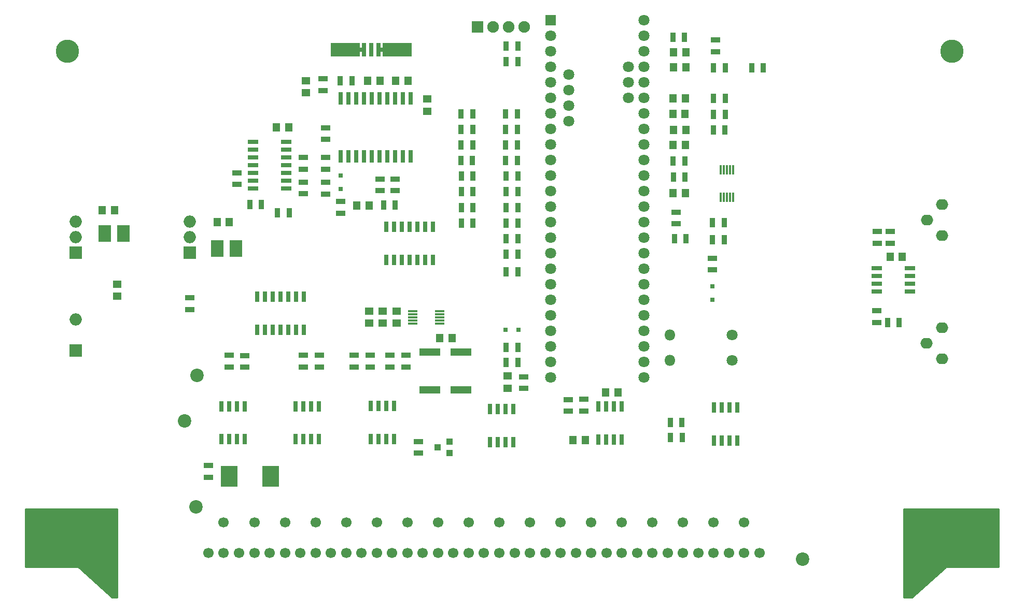
<source format=gts>
G04 #@! TF.GenerationSoftware,KiCad,Pcbnew,5.1.6-c6e7f7d~86~ubuntu18.04.1*
G04 #@! TF.CreationDate,2020-06-20T16:23:47+10:00*
G04 #@! TF.ProjectId,X3V0_2,58335630-5f32-42e6-9b69-6361645f7063,rev?*
G04 #@! TF.SameCoordinates,Original*
G04 #@! TF.FileFunction,Soldermask,Top*
G04 #@! TF.FilePolarity,Negative*
%FSLAX46Y46*%
G04 Gerber Fmt 4.6, Leading zero omitted, Abs format (unit mm)*
G04 Created by KiCad (PCBNEW 5.1.6-c6e7f7d~86~ubuntu18.04.1) date 2020-06-20 16:23:47*
%MOMM*%
%LPD*%
G01*
G04 APERTURE LIST*
%ADD10R,0.428600X1.533500*%
%ADD11R,0.900000X1.500000*%
%ADD12R,1.200000X1.450000*%
%ADD13C,1.800000*%
%ADD14R,1.800000X1.800000*%
%ADD15R,0.800000X1.750000*%
%ADD16R,1.500000X0.900000*%
%ADD17R,1.100000X1.000000*%
%ADD18R,1.200000X0.700000*%
%ADD19R,0.700000X2.200000*%
%ADD20R,4.700000X2.200000*%
%ADD21R,1.450000X1.200000*%
%ADD22C,3.800000*%
%ADD23C,1.700000*%
%ADD24C,2.200000*%
%ADD25R,1.700000X0.800000*%
%ADD26R,0.700000X0.700000*%
%ADD27R,0.800000X2.150000*%
%ADD28O,2.000000X1.750000*%
%ADD29R,2.700000X3.500000*%
%ADD30R,1.490000X0.390000*%
%ADD31R,3.400000X1.200000*%
%ADD32O,2.000000X2.000000*%
%ADD33R,2.000000X2.000000*%
%ADD34R,0.800000X1.700000*%
%ADD35R,2.150000X2.700000*%
%ADD36R,0.800000X0.650000*%
%ADD37R,1.750000X0.800000*%
%ADD38R,1.900000X1.900000*%
%ADD39O,1.900000X1.900000*%
%ADD40O,1.800000X1.800000*%
%ADD41C,0.254000*%
G04 APERTURE END LIST*
D10*
X154069999Y-67563850D03*
X154570001Y-67563850D03*
X155070000Y-67563850D03*
X155569999Y-67563850D03*
X156070001Y-67563850D03*
X156070001Y-71996150D03*
X155569999Y-71996150D03*
X155070000Y-71996150D03*
X154570001Y-71996150D03*
X154069999Y-71996150D03*
D11*
X148260000Y-68770000D03*
X146360000Y-68770000D03*
D12*
X148310000Y-71390000D03*
X146310000Y-71390000D03*
D13*
X129290000Y-57030000D03*
X129290000Y-54490000D03*
X129290000Y-59570000D03*
X129290000Y-51950000D03*
X138980000Y-55760000D03*
X138980000Y-53220000D03*
X138980000Y-50680000D03*
X126280000Y-83700000D03*
X126280000Y-86240000D03*
X126280000Y-88780000D03*
X126280000Y-91320000D03*
X126280000Y-81160000D03*
X126280000Y-78620000D03*
X126280000Y-76080000D03*
X126280000Y-93860000D03*
X126280000Y-96400000D03*
X126280000Y-98940000D03*
X126280000Y-101480000D03*
X141520000Y-101480000D03*
X141520000Y-98940000D03*
X141520000Y-96400000D03*
X141520000Y-93860000D03*
X141520000Y-91320000D03*
X141520000Y-88780000D03*
X141520000Y-86240000D03*
X141520000Y-83700000D03*
X126280000Y-73540000D03*
X126280000Y-71000000D03*
X126280000Y-68460000D03*
X126280000Y-65920000D03*
X126280000Y-63380000D03*
X126280000Y-60840000D03*
X126280000Y-58300000D03*
X126280000Y-55760000D03*
X126280000Y-53220000D03*
X126280000Y-50680000D03*
X126280000Y-48140000D03*
X126280000Y-45600000D03*
D14*
X126280000Y-43060000D03*
D13*
X141520000Y-81160000D03*
X141520000Y-78620000D03*
X141520000Y-76080000D03*
X141520000Y-73540000D03*
X141520000Y-71000000D03*
X141520000Y-68460000D03*
X141520000Y-65920000D03*
X141520000Y-63380000D03*
X141520000Y-60840000D03*
X141520000Y-58300000D03*
X141520000Y-55760000D03*
X141520000Y-53220000D03*
X141520000Y-50680000D03*
X141520000Y-48140000D03*
X141520000Y-45600000D03*
X141520000Y-43060000D03*
D15*
X137905000Y-111660000D03*
X136635000Y-111660000D03*
X135365000Y-111660000D03*
X134095000Y-111660000D03*
X134095000Y-106260000D03*
X135365000Y-106260000D03*
X136635000Y-106260000D03*
X137905000Y-106260000D03*
D16*
X129180000Y-107010000D03*
X129180000Y-105110000D03*
X131740000Y-106990000D03*
X131740000Y-105090000D03*
X104750000Y-113880000D03*
X104750000Y-111980000D03*
D17*
X107810000Y-112920000D03*
X109810000Y-111970000D03*
X109810000Y-113870000D03*
D12*
X135280000Y-103940000D03*
X137280000Y-103940000D03*
X131950000Y-111760000D03*
X129950000Y-111760000D03*
D18*
X98770000Y-47930000D03*
X95200000Y-47920000D03*
D19*
X98230000Y-47940000D03*
X97030000Y-47940000D03*
X95830000Y-47940000D03*
D20*
X92750000Y-47940000D03*
X101250000Y-47940000D03*
D16*
X89140000Y-54580000D03*
X89140000Y-52680000D03*
D12*
X98440000Y-53000000D03*
X96440000Y-53000000D03*
D21*
X86360000Y-54940000D03*
X86360000Y-52940000D03*
X106170000Y-57960000D03*
X106170000Y-55960000D03*
D11*
X83610000Y-74600000D03*
X81710000Y-74600000D03*
D22*
X191825000Y-48185000D03*
X47425000Y-48185000D03*
D23*
X157925000Y-125185000D03*
X152925000Y-125185000D03*
X147925000Y-125185000D03*
X142925000Y-125185000D03*
X137925000Y-125185000D03*
X132925000Y-125185000D03*
X127925000Y-125185000D03*
X122925000Y-125185000D03*
X117925000Y-125185000D03*
X112925000Y-125185000D03*
X107925000Y-125185000D03*
X102925000Y-125185000D03*
X97925000Y-125185000D03*
X92925000Y-125185000D03*
X87925000Y-125185000D03*
X82925000Y-125185000D03*
X77925000Y-125185000D03*
X72925000Y-125185000D03*
X160425000Y-130185000D03*
X157925000Y-130185000D03*
X155425000Y-130185000D03*
X152925000Y-130185000D03*
X150425000Y-130185000D03*
X147925000Y-130185000D03*
X145425000Y-130185000D03*
X142925000Y-130185000D03*
X140425000Y-130185000D03*
X137925000Y-130185000D03*
X135425000Y-130185000D03*
X132925000Y-130185000D03*
X130425000Y-130185000D03*
X127925000Y-130185000D03*
X125425000Y-130185000D03*
X122925000Y-130185000D03*
X120425000Y-130185000D03*
X117925000Y-130185000D03*
X115425000Y-130185000D03*
X112925000Y-130185000D03*
X110425000Y-130185000D03*
X107925000Y-130185000D03*
X105425000Y-130185000D03*
X102925000Y-130185000D03*
X100425000Y-130185000D03*
X97925000Y-130185000D03*
X95425000Y-130185000D03*
X92925000Y-130185000D03*
X90425000Y-130185000D03*
X87925000Y-130185000D03*
X85425000Y-130185000D03*
X82925000Y-130185000D03*
X80425000Y-130185000D03*
X77925000Y-130185000D03*
X75425000Y-130185000D03*
X72925000Y-130185000D03*
X70425000Y-130185000D03*
D22*
X47425000Y-127685000D03*
X191825000Y-127685000D03*
D24*
X68425000Y-122685000D03*
X167425000Y-131185000D03*
D16*
X121900000Y-101390000D03*
X121900000Y-103290000D03*
D11*
X93855000Y-52980000D03*
X91955000Y-52980000D03*
D25*
X77725000Y-62945000D03*
X77725000Y-64215000D03*
X77725000Y-65485000D03*
X77725000Y-66755000D03*
X77725000Y-68025000D03*
X77725000Y-69295000D03*
X77725000Y-70565000D03*
X83125000Y-70565000D03*
X83125000Y-69295000D03*
X83125000Y-68025000D03*
X83125000Y-66755000D03*
X83125000Y-65485000D03*
X83125000Y-64215000D03*
X83125000Y-62945000D03*
D16*
X75125000Y-69915000D03*
X75125000Y-68015000D03*
D11*
X77165000Y-73200000D03*
X79065000Y-73200000D03*
D12*
X81545000Y-60595000D03*
X83545000Y-60595000D03*
D16*
X89605000Y-71495000D03*
X89605000Y-69595000D03*
X91980000Y-72735000D03*
X91980000Y-74635000D03*
X89605000Y-65535000D03*
X89605000Y-67435000D03*
X89590000Y-60665000D03*
X89590000Y-62565000D03*
X85940000Y-67440000D03*
X85940000Y-65540000D03*
X85905000Y-69545000D03*
X85905000Y-71445000D03*
D26*
X92010000Y-70680000D03*
X92010000Y-68480000D03*
D27*
X103445001Y-65300001D03*
X102175001Y-65300001D03*
X100905001Y-65300001D03*
X99635001Y-65300001D03*
X98365001Y-65300001D03*
X97095001Y-65300001D03*
X95825001Y-65300001D03*
X94555001Y-65300001D03*
X93285001Y-65300001D03*
X92015001Y-65300001D03*
X92015001Y-55900001D03*
X93285001Y-55900001D03*
X94555001Y-55900001D03*
X95825001Y-55900001D03*
X97095001Y-55900001D03*
X98365001Y-55900001D03*
X99635001Y-55900001D03*
X100905001Y-55900001D03*
X102175001Y-55900001D03*
X103445001Y-55900001D03*
D11*
X100920000Y-73330000D03*
X99020000Y-73330000D03*
D12*
X96675000Y-73375000D03*
X94675000Y-73375000D03*
D16*
X98480000Y-69045000D03*
X98480000Y-70945000D03*
X100930000Y-70955000D03*
X100930000Y-69055000D03*
D12*
X101010000Y-52980000D03*
X103010000Y-52980000D03*
D26*
X152760000Y-88810000D03*
X152760000Y-86610000D03*
D28*
X190220000Y-93360000D03*
X187720000Y-95900000D03*
X190220000Y-98440000D03*
X190250000Y-73200000D03*
X187750000Y-75740000D03*
X190250000Y-78280000D03*
D29*
X80620000Y-117645000D03*
X73820000Y-117645000D03*
D24*
X68540000Y-101125000D03*
X66540000Y-108625000D03*
D16*
X152755000Y-81980000D03*
X152755000Y-83880000D03*
D30*
X103750000Y-92650000D03*
X103750000Y-92150000D03*
X103750000Y-91650000D03*
X103750000Y-91150000D03*
X103750000Y-90650000D03*
X108150000Y-90650000D03*
X108150000Y-91150000D03*
X108150000Y-91650000D03*
X108150000Y-92150000D03*
X108150000Y-92650000D03*
D12*
X148370000Y-50800000D03*
X146370000Y-50800000D03*
X71830000Y-76090000D03*
X73830000Y-76090000D03*
D21*
X55535000Y-86235000D03*
X55535000Y-88235000D03*
D12*
X146330000Y-63500000D03*
X148330000Y-63500000D03*
X146365000Y-61010000D03*
X148365000Y-61010000D03*
X146250000Y-58410000D03*
X148250000Y-58410000D03*
X53100000Y-74150000D03*
X55100000Y-74150000D03*
X146330000Y-55840000D03*
X148330000Y-55840000D03*
D21*
X119250000Y-101270000D03*
X119250000Y-103270000D03*
D12*
X146370000Y-48320000D03*
X148370000Y-48320000D03*
X108225000Y-95050000D03*
X110225000Y-95050000D03*
D21*
X101200000Y-92625000D03*
X101200000Y-90625000D03*
X98875000Y-92625000D03*
X98875000Y-90625000D03*
X96675000Y-92625000D03*
X96675000Y-90625000D03*
D12*
X183730000Y-81740000D03*
X181730000Y-81740000D03*
D31*
X111625000Y-103525000D03*
X111625000Y-97325000D03*
X106550000Y-103525000D03*
X106550000Y-97325000D03*
D32*
X48730000Y-91970000D03*
D33*
X48730000Y-97050000D03*
D15*
X120255000Y-112075000D03*
X118985000Y-112075000D03*
X117715000Y-112075000D03*
X116445000Y-112075000D03*
X116445000Y-106675000D03*
X117715000Y-106675000D03*
X118985000Y-106675000D03*
X120255000Y-106675000D03*
X156770000Y-111820000D03*
X155500000Y-111820000D03*
X154230000Y-111820000D03*
X152960000Y-111820000D03*
X152960000Y-106420000D03*
X154230000Y-106420000D03*
X155500000Y-106420000D03*
X156770000Y-106420000D03*
X88505000Y-111600000D03*
X87235000Y-111600000D03*
X85965000Y-111600000D03*
X84695000Y-111600000D03*
X84695000Y-106200000D03*
X85965000Y-106200000D03*
X87235000Y-106200000D03*
X88505000Y-106200000D03*
X100780000Y-111550000D03*
X99510000Y-111550000D03*
X98240000Y-111550000D03*
X96970000Y-111550000D03*
X96970000Y-106150000D03*
X98240000Y-106150000D03*
X99510000Y-106150000D03*
X100780000Y-106150000D03*
X76355000Y-111600000D03*
X75085000Y-111600000D03*
X73815000Y-111600000D03*
X72545000Y-111600000D03*
X72545000Y-106200000D03*
X73815000Y-106200000D03*
X75085000Y-106200000D03*
X76355000Y-106200000D03*
D32*
X48730000Y-75970000D03*
X48730000Y-78510000D03*
D33*
X48730000Y-81050000D03*
X67360000Y-81050000D03*
D32*
X67360000Y-78510000D03*
X67360000Y-75970000D03*
D34*
X78380000Y-93680000D03*
X79650000Y-93680000D03*
X80920000Y-93680000D03*
X82190000Y-93680000D03*
X83460000Y-93680000D03*
X84730000Y-93680000D03*
X86000000Y-93680000D03*
X86000000Y-88280000D03*
X84730000Y-88280000D03*
X83460000Y-88280000D03*
X82190000Y-88280000D03*
X80920000Y-88280000D03*
X79650000Y-88280000D03*
X78380000Y-88280000D03*
X99460000Y-82290000D03*
X100730000Y-82290000D03*
X102000000Y-82290000D03*
X103270000Y-82290000D03*
X104540000Y-82290000D03*
X105810000Y-82290000D03*
X107080000Y-82290000D03*
X107080000Y-76890000D03*
X105810000Y-76890000D03*
X104540000Y-76890000D03*
X103270000Y-76890000D03*
X102000000Y-76890000D03*
X100730000Y-76890000D03*
X99460000Y-76890000D03*
D11*
X120940000Y-81350000D03*
X119040000Y-81350000D03*
D35*
X74915000Y-80390000D03*
X71865000Y-80390000D03*
D11*
X113634000Y-76270000D03*
X111734000Y-76270000D03*
X120940000Y-99030000D03*
X119040000Y-99030000D03*
X119040000Y-96590000D03*
X120940000Y-96590000D03*
D36*
X121055000Y-93665000D03*
X118955000Y-93665000D03*
D37*
X179580000Y-83635000D03*
X179580000Y-84905000D03*
X179580000Y-86175000D03*
X179580000Y-87445000D03*
X184980000Y-87445000D03*
X184980000Y-86175000D03*
X184980000Y-84905000D03*
X184980000Y-83635000D03*
D16*
X100070000Y-97875000D03*
X100070000Y-99775000D03*
D11*
X113634000Y-73730000D03*
X111734000Y-73730000D03*
X111695000Y-58370000D03*
X113595000Y-58370000D03*
X154820000Y-50840000D03*
X152920000Y-50840000D03*
X146270000Y-45890000D03*
X148170000Y-45890000D03*
D16*
X146775000Y-76380000D03*
X146775000Y-74480000D03*
X76350000Y-99800000D03*
X76350000Y-97900000D03*
X73825000Y-97875000D03*
X73825000Y-99775000D03*
X70455000Y-117800000D03*
X70455000Y-115900000D03*
X67350000Y-90375000D03*
X67350000Y-88475000D03*
D35*
X56575000Y-77925000D03*
X53525000Y-77925000D03*
D38*
X114410000Y-44190000D03*
D39*
X116950000Y-44190000D03*
X119490000Y-44190000D03*
X122030000Y-44190000D03*
D11*
X113634000Y-68550000D03*
X111734000Y-68550000D03*
X113595000Y-60910000D03*
X111695000Y-60910000D03*
X111734000Y-71090000D03*
X113634000Y-71090000D03*
X120870000Y-66010000D03*
X118970000Y-66010000D03*
X113570000Y-63450000D03*
X111670000Y-63450000D03*
X120870000Y-60910000D03*
X118970000Y-60910000D03*
X118970000Y-58370000D03*
X120870000Y-58370000D03*
X120940000Y-68550000D03*
X119040000Y-68550000D03*
X118970000Y-63450000D03*
X120870000Y-63450000D03*
X152920000Y-55840000D03*
X154820000Y-55840000D03*
X113564000Y-66010000D03*
X111664000Y-66010000D03*
X148420000Y-78840000D03*
X146520000Y-78840000D03*
X119040000Y-49850000D03*
X120940000Y-49850000D03*
X120940000Y-47310000D03*
X119040000Y-47310000D03*
D16*
X153200000Y-48230000D03*
X153200000Y-46330000D03*
D11*
X119040000Y-71090000D03*
X120940000Y-71090000D03*
X119035000Y-84230000D03*
X120935000Y-84230000D03*
X159130000Y-50840000D03*
X161030000Y-50840000D03*
X152920000Y-58480000D03*
X154820000Y-58480000D03*
X152740000Y-76170000D03*
X154640000Y-76170000D03*
X148230000Y-66120000D03*
X146330000Y-66120000D03*
X154640000Y-78950000D03*
X152740000Y-78950000D03*
X119040000Y-73730000D03*
X120940000Y-73730000D03*
X120940000Y-76270000D03*
X119040000Y-76270000D03*
D16*
X181730000Y-77630000D03*
X181730000Y-79530000D03*
D11*
X120940000Y-78810000D03*
X119040000Y-78810000D03*
X181320000Y-92510000D03*
X183220000Y-92510000D03*
D16*
X179680000Y-77630000D03*
X179680000Y-79530000D03*
D11*
X154765000Y-61015000D03*
X152865000Y-61015000D03*
D16*
X102645000Y-97875000D03*
X102645000Y-99775000D03*
D11*
X147768995Y-108840226D03*
X145868995Y-108840226D03*
X145883995Y-111340226D03*
X147783995Y-111340226D03*
D16*
X88550000Y-99775000D03*
X88550000Y-97875000D03*
X94250000Y-97875000D03*
X94250000Y-99775000D03*
X96825000Y-99775000D03*
X96825000Y-97875000D03*
X85950000Y-97875000D03*
X85950000Y-99775000D03*
X179590000Y-90590000D03*
X179590000Y-92490000D03*
D13*
X155920000Y-98660000D03*
D40*
X145760000Y-98660000D03*
X145795000Y-94555000D03*
D13*
X155955000Y-94555000D03*
D41*
G36*
X199498000Y-132498000D02*
G01*
X190905000Y-132498000D01*
X190880224Y-132500440D01*
X190856399Y-132507667D01*
X190834443Y-132519403D01*
X190819863Y-132530763D01*
X185316308Y-137502838D01*
X183987000Y-137498422D01*
X183987000Y-123002000D01*
X199498000Y-123002000D01*
X199498000Y-132498000D01*
G37*
X199498000Y-132498000D02*
X190905000Y-132498000D01*
X190880224Y-132500440D01*
X190856399Y-132507667D01*
X190834443Y-132519403D01*
X190819863Y-132530763D01*
X185316308Y-137502838D01*
X183987000Y-137498422D01*
X183987000Y-123002000D01*
X199498000Y-123002000D01*
X199498000Y-132498000D01*
G36*
X55508000Y-137498000D02*
G01*
X54694095Y-137498000D01*
X49235425Y-132536024D01*
X49215450Y-132521164D01*
X49192959Y-132510486D01*
X49168818Y-132504402D01*
X49150000Y-132503000D01*
X40502000Y-132503000D01*
X40502000Y-123002000D01*
X55508000Y-123002000D01*
X55508000Y-137498000D01*
G37*
X55508000Y-137498000D02*
X54694095Y-137498000D01*
X49235425Y-132536024D01*
X49215450Y-132521164D01*
X49192959Y-132510486D01*
X49168818Y-132504402D01*
X49150000Y-132503000D01*
X40502000Y-132503000D01*
X40502000Y-123002000D01*
X55508000Y-123002000D01*
X55508000Y-137498000D01*
M02*

</source>
